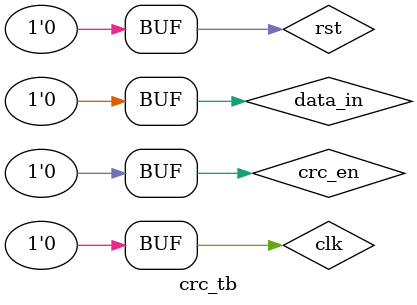
<source format=v>
module crc_tb;
	// Inputs
	reg [0:0] data_in;
	reg crc_en;
	reg rst;
	reg clk;
	// Outputs
	wire [15:0] crc_out;
	// Instantiate the Unit Under Test (UUT)
	crc uut (
		.data_in(data_in),
		.crc_en(crc_en),
		.crc_out(crc_out),
		.rst(rst),
		.clk(clk)
	);
	initial begin
		// Initialize Inputs
		data_in = 0;
		crc_en = 0;
		rst = 1;
		clk = 0;
		toggle_clk;
		rst = 0;
		toggle_clk;
		zero;
		zero;
		one;
		one;
		zero;
		zero;
		zero;
		one;
		zero;
		one;
		zero;
		zero;
		zero;
		one;
		zero;
		zero;
		zero;
		zero;
		zero;
		zero;
		zero;
		zero;
		zero;
		zero;
		zero;
		zero;
		zero;
		zero;
		zero;
		zero;
		zero;
		zero;
		toggle_clk;
	end
	task one;
	begin
		data_in = 1;
		crc_en = 1;
		#10 clk = ~clk;
      #10 clk = ~clk;
		crc_en = 0;
	end
	endtask
	task zero;
	begin
		data_in = 0;
		crc_en = 1;
		#10 clk = ~clk;
      #10 clk = ~clk;
		crc_en = 0;
	end
	endtask
	task toggle_clk;
	begin
		#10 clk = ~clk;
      #10 clk = ~clk;
      #10 clk = ~clk;
      #10 clk = ~clk;
   end
	endtask
endmodule
</source>
